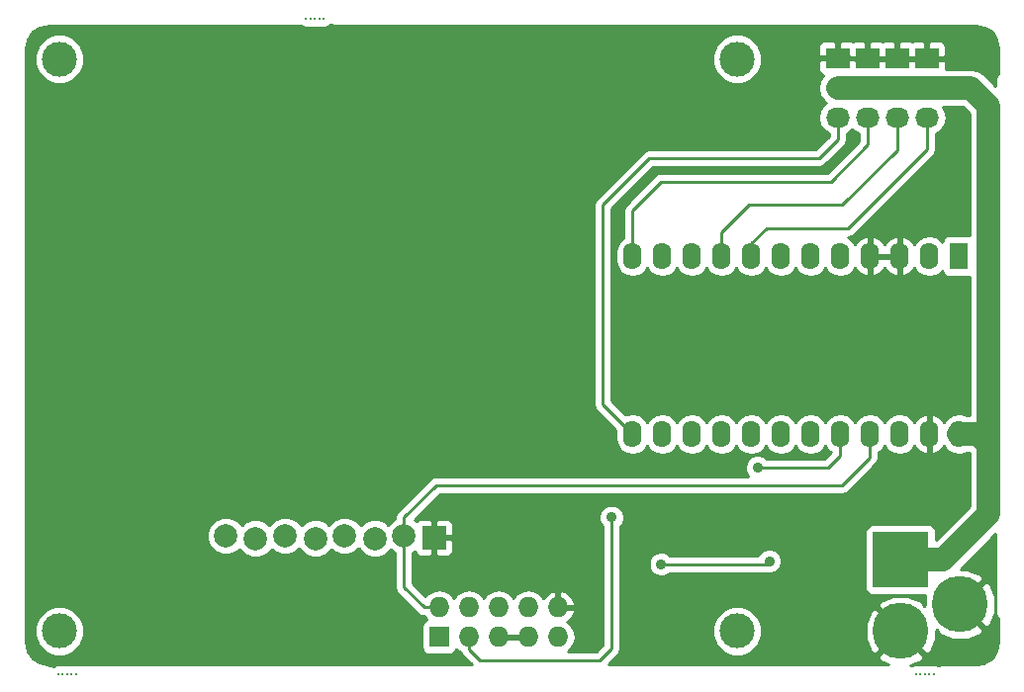
<source format=gbl>
G04 #@! TF.FileFunction,Copper,L4,Bot,Signal*
%FSLAX46Y46*%
G04 Gerber Fmt 4.6, Leading zero omitted, Abs format (unit mm)*
G04 Created by KiCad (PCBNEW (2015-01-16 BZR 5376)-product) date 3/31/2016 11:59:56 AM*
%MOMM*%
G01*
G04 APERTURE LIST*
%ADD10C,0.100000*%
%ADD11C,2.000000*%
%ADD12R,2.000000X2.000000*%
%ADD13R,2.032000X1.727200*%
%ADD14O,2.032000X1.727200*%
%ADD15R,1.574800X2.286000*%
%ADD16O,1.574800X2.286000*%
%ADD17C,0.300000*%
%ADD18R,1.727200X1.727200*%
%ADD19O,1.727200X1.727200*%
%ADD20C,4.800600*%
%ADD21R,4.800600X4.800600*%
%ADD22C,3.000000*%
%ADD23C,0.889000*%
%ADD24C,2.000000*%
%ADD25C,0.254000*%
%ADD26C,0.152400*%
G04 APERTURE END LIST*
D10*
D11*
X111760000Y-116840000D03*
X114300000Y-117050000D03*
X116840000Y-116840000D03*
X119400000Y-117050000D03*
X121920000Y-116840000D03*
X124500000Y-117050000D03*
X127000000Y-116840000D03*
D12*
X129550000Y-117000000D03*
D13*
X171735000Y-75946000D03*
D14*
X171735000Y-78486000D03*
X171735000Y-81026000D03*
D13*
X169195000Y-75946000D03*
D14*
X169195000Y-78486000D03*
X169195000Y-81026000D03*
D13*
X166655000Y-75946000D03*
D14*
X166655000Y-78486000D03*
X166655000Y-81026000D03*
D13*
X164095000Y-75935000D03*
D14*
X164095000Y-78475000D03*
X164095000Y-81015000D03*
D15*
X174470000Y-92880000D03*
D16*
X171930000Y-92880000D03*
X169390000Y-92880000D03*
X166850000Y-92880000D03*
X164310000Y-92880000D03*
X161770000Y-92880000D03*
X159230000Y-92880000D03*
X156690000Y-92880000D03*
X154150000Y-92880000D03*
X151610000Y-92880000D03*
X149070000Y-92880000D03*
X146530000Y-92880000D03*
X146530000Y-108120000D03*
X149070000Y-108120000D03*
X151610000Y-108120000D03*
X154150000Y-108120000D03*
X156690000Y-108120000D03*
X159230000Y-108120000D03*
X161770000Y-108120000D03*
X164310000Y-108120000D03*
X166850000Y-108120000D03*
X169390000Y-108120000D03*
X171930000Y-108120000D03*
X174470000Y-108120000D03*
D17*
X98933000Y-128651000D03*
X98552000Y-128651000D03*
X98171000Y-128651000D03*
X97790000Y-128651000D03*
X97409000Y-128651000D03*
X172339000Y-128651000D03*
X171958000Y-128651000D03*
X171577000Y-128651000D03*
X171196000Y-128651000D03*
X170815000Y-128651000D03*
X118618000Y-72517000D03*
D18*
X130000000Y-125500000D03*
D19*
X130000000Y-122960000D03*
X132540000Y-125500000D03*
X132540000Y-122960000D03*
X135080000Y-125500000D03*
X135080000Y-122960000D03*
X137620000Y-125500000D03*
X137620000Y-122960000D03*
X140160000Y-125500000D03*
X140160000Y-122960000D03*
D20*
X169500000Y-125000000D03*
D21*
X169500000Y-118904000D03*
D20*
X174580000Y-122714000D03*
D22*
X97500000Y-76000000D03*
X155500000Y-76000000D03*
X97500000Y-125000000D03*
X155500000Y-125000000D03*
D17*
X118999000Y-72517000D03*
X119380000Y-72517000D03*
X119761000Y-72517000D03*
X120142000Y-72517000D03*
D23*
X144750000Y-115250000D03*
X149000000Y-119250000D03*
X158250000Y-119000000D03*
X157250000Y-111000000D03*
D24*
X174470000Y-108120000D02*
X177000000Y-108120000D01*
X176500000Y-108500000D02*
X177000000Y-108500000D01*
X176620000Y-108500000D02*
X176500000Y-108500000D01*
X177000000Y-108120000D02*
X176620000Y-108500000D01*
X171735000Y-78486000D02*
X175486000Y-78486000D01*
X173096000Y-118904000D02*
X169500000Y-118904000D01*
X177000000Y-115000000D02*
X173096000Y-118904000D01*
X177000000Y-80000000D02*
X177000000Y-108500000D01*
X177000000Y-108500000D02*
X177000000Y-115000000D01*
X175486000Y-78486000D02*
X177000000Y-80000000D01*
D25*
X171735000Y-78486000D02*
X172466000Y-78486000D01*
X171735000Y-78486000D02*
X171735000Y-78517000D01*
D24*
X169195000Y-78486000D02*
X171735000Y-78486000D01*
X166655000Y-78486000D02*
X169195000Y-78486000D01*
X164095000Y-78475000D02*
X166644000Y-78475000D01*
X166644000Y-78475000D02*
X166655000Y-78486000D01*
D25*
X171735000Y-81026000D02*
X171735000Y-83765000D01*
X158000000Y-90500000D02*
X156690000Y-91810000D01*
X165000000Y-90500000D02*
X158000000Y-90500000D01*
X171735000Y-83765000D02*
X165000000Y-90500000D01*
X156690000Y-91810000D02*
X156690000Y-92880000D01*
D26*
X171735000Y-81026000D02*
X172497000Y-81026000D01*
D25*
X169195000Y-81026000D02*
X169195000Y-83805000D01*
X154150000Y-90850000D02*
X154150000Y-92880000D01*
X156500000Y-88500000D02*
X154150000Y-90850000D01*
X164500000Y-88500000D02*
X156500000Y-88500000D01*
X169195000Y-83805000D02*
X164500000Y-88500000D01*
X169195000Y-80899000D02*
X169195000Y-80899000D01*
X166655000Y-81026000D02*
X166655000Y-83345000D01*
X146530000Y-88970000D02*
X146530000Y-92880000D01*
X149000000Y-86500000D02*
X146530000Y-88970000D01*
X163500000Y-86500000D02*
X149000000Y-86500000D01*
X166655000Y-83345000D02*
X163500000Y-86500000D01*
X166735000Y-80899000D02*
X166655000Y-80899000D01*
X164095000Y-81015000D02*
X164095000Y-82905000D01*
X144000000Y-105590000D02*
X146530000Y-108120000D01*
X144000000Y-88500000D02*
X144000000Y-105590000D01*
X148000000Y-84500000D02*
X144000000Y-88500000D01*
X162500000Y-84500000D02*
X148000000Y-84500000D01*
X164095000Y-82905000D02*
X162500000Y-84500000D01*
X144750000Y-115250000D02*
X144750000Y-126500000D01*
X144750000Y-126500000D02*
X143750000Y-127500000D01*
X143750000Y-127500000D02*
X133500000Y-127500000D01*
X133500000Y-127500000D02*
X132540000Y-126540000D01*
X132540000Y-126540000D02*
X132540000Y-125500000D01*
X158000000Y-119250000D02*
X149000000Y-119250000D01*
X158250000Y-119000000D02*
X158000000Y-119250000D01*
X164310000Y-108120000D02*
X164310000Y-109940000D01*
X163250000Y-111000000D02*
X157250000Y-111000000D01*
X164310000Y-109940000D02*
X163250000Y-111000000D01*
X127000000Y-116840000D02*
X127000000Y-121250000D01*
X128710000Y-122960000D02*
X130000000Y-122960000D01*
X127000000Y-121250000D02*
X128710000Y-122960000D01*
X166850000Y-108120000D02*
X166850000Y-110150000D01*
X127000000Y-115250000D02*
X127000000Y-116840000D01*
X129750000Y-112500000D02*
X127000000Y-115250000D01*
X164500000Y-112500000D02*
X129750000Y-112500000D01*
X166850000Y-110150000D02*
X164500000Y-112500000D01*
G36*
X137767000Y-125627000D02*
X137747000Y-125627000D01*
X137747000Y-125647000D01*
X137493000Y-125647000D01*
X137493000Y-125627000D01*
X136414469Y-125627000D01*
X136285531Y-125627000D01*
X135207000Y-125627000D01*
X135207000Y-125647000D01*
X134953000Y-125647000D01*
X134953000Y-125627000D01*
X134933000Y-125627000D01*
X134933000Y-125373000D01*
X134953000Y-125373000D01*
X134953000Y-125353000D01*
X135207000Y-125353000D01*
X135207000Y-125373000D01*
X136285531Y-125373000D01*
X136414469Y-125373000D01*
X137493000Y-125373000D01*
X137493000Y-125353000D01*
X137747000Y-125353000D01*
X137747000Y-125373000D01*
X137767000Y-125373000D01*
X137767000Y-125627000D01*
X137767000Y-125627000D01*
G37*
X137767000Y-125627000D02*
X137747000Y-125627000D01*
X137747000Y-125647000D01*
X137493000Y-125647000D01*
X137493000Y-125627000D01*
X136414469Y-125627000D01*
X136285531Y-125627000D01*
X135207000Y-125627000D01*
X135207000Y-125647000D01*
X134953000Y-125647000D01*
X134953000Y-125627000D01*
X134933000Y-125627000D01*
X134933000Y-125373000D01*
X134953000Y-125373000D01*
X134953000Y-125353000D01*
X135207000Y-125353000D01*
X135207000Y-125373000D01*
X136285531Y-125373000D01*
X136414469Y-125373000D01*
X137493000Y-125373000D01*
X137493000Y-125353000D01*
X137747000Y-125353000D01*
X137747000Y-125373000D01*
X137767000Y-125373000D01*
X137767000Y-125627000D01*
G36*
X177865000Y-77211990D02*
X177823632Y-77239632D01*
X177675143Y-77461862D01*
X177623000Y-77724000D01*
X177623000Y-78310760D01*
X176642120Y-77329880D01*
X176111688Y-76975457D01*
X175486000Y-76850999D01*
X175485994Y-76851000D01*
X173386000Y-76851000D01*
X173386000Y-76683291D01*
X173386000Y-76231750D01*
X173386000Y-75660250D01*
X173386000Y-75208709D01*
X173386000Y-74956090D01*
X173289327Y-74722701D01*
X173110698Y-74544073D01*
X172877309Y-74447400D01*
X172020750Y-74447400D01*
X171862000Y-74606150D01*
X171862000Y-75819000D01*
X173227250Y-75819000D01*
X173386000Y-75660250D01*
X173386000Y-76231750D01*
X173227250Y-76073000D01*
X171862000Y-76073000D01*
X171862000Y-76093000D01*
X171608000Y-76093000D01*
X171608000Y-76073000D01*
X171608000Y-75819000D01*
X171608000Y-74606150D01*
X171449250Y-74447400D01*
X170592691Y-74447400D01*
X170465000Y-74500291D01*
X170337309Y-74447400D01*
X169480750Y-74447400D01*
X169322000Y-74606150D01*
X169322000Y-75819000D01*
X170242750Y-75819000D01*
X170687250Y-75819000D01*
X171608000Y-75819000D01*
X171608000Y-76073000D01*
X170687250Y-76073000D01*
X170242750Y-76073000D01*
X169322000Y-76073000D01*
X169322000Y-76093000D01*
X169068000Y-76093000D01*
X169068000Y-76073000D01*
X169068000Y-75819000D01*
X169068000Y-74606150D01*
X168909250Y-74447400D01*
X168052691Y-74447400D01*
X167925000Y-74500291D01*
X167797309Y-74447400D01*
X166940750Y-74447400D01*
X166782000Y-74606150D01*
X166782000Y-75819000D01*
X167702750Y-75819000D01*
X168147250Y-75819000D01*
X169068000Y-75819000D01*
X169068000Y-76073000D01*
X168147250Y-76073000D01*
X167702750Y-76073000D01*
X166782000Y-76073000D01*
X166782000Y-76093000D01*
X166528000Y-76093000D01*
X166528000Y-76073000D01*
X166528000Y-75819000D01*
X166528000Y-74606150D01*
X166369250Y-74447400D01*
X165512691Y-74447400D01*
X165388278Y-74498933D01*
X165237309Y-74436400D01*
X164380750Y-74436400D01*
X164222000Y-74595150D01*
X164222000Y-75808000D01*
X165151750Y-75808000D01*
X165162750Y-75819000D01*
X166528000Y-75819000D01*
X166528000Y-76073000D01*
X165598250Y-76073000D01*
X165587250Y-76062000D01*
X164222000Y-76062000D01*
X164222000Y-76082000D01*
X163968000Y-76082000D01*
X163968000Y-76062000D01*
X163968000Y-75808000D01*
X163968000Y-74595150D01*
X163809250Y-74436400D01*
X162952691Y-74436400D01*
X162719302Y-74533073D01*
X162540673Y-74711701D01*
X162444000Y-74945090D01*
X162444000Y-75197709D01*
X162444000Y-75649250D01*
X162602750Y-75808000D01*
X163968000Y-75808000D01*
X163968000Y-76062000D01*
X162602750Y-76062000D01*
X162444000Y-76220750D01*
X162444000Y-76672291D01*
X162444000Y-76924910D01*
X162540673Y-77158299D01*
X162719302Y-77336927D01*
X162872780Y-77400499D01*
X162850585Y-77415330D01*
X162525729Y-77901511D01*
X162411655Y-78475000D01*
X162525729Y-79048489D01*
X162850585Y-79534670D01*
X162893670Y-79563458D01*
X162938880Y-79631120D01*
X163137339Y-79763726D01*
X162850585Y-79955330D01*
X162525729Y-80441511D01*
X162411655Y-81015000D01*
X162525729Y-81588489D01*
X162850585Y-82074670D01*
X163333000Y-82397009D01*
X163333000Y-82589369D01*
X162184369Y-83738000D01*
X157635370Y-83738000D01*
X157635370Y-75577185D01*
X157311020Y-74792200D01*
X156710959Y-74191091D01*
X155926541Y-73865372D01*
X155077185Y-73864630D01*
X154292200Y-74188980D01*
X153691091Y-74789041D01*
X153365372Y-75573459D01*
X153364630Y-76422815D01*
X153688980Y-77207800D01*
X154289041Y-77808909D01*
X155073459Y-78134628D01*
X155922815Y-78135370D01*
X156707800Y-77811020D01*
X157308909Y-77210959D01*
X157634628Y-76426541D01*
X157635370Y-75577185D01*
X157635370Y-83738000D01*
X148000000Y-83738000D01*
X147708395Y-83796004D01*
X147461184Y-83961185D01*
X143461185Y-87961185D01*
X143296004Y-88208395D01*
X143238000Y-88500000D01*
X143238000Y-105590000D01*
X143296004Y-105881605D01*
X143461185Y-106128815D01*
X145107600Y-107775230D01*
X145107600Y-108510433D01*
X145215874Y-109054762D01*
X145524211Y-109516222D01*
X145985671Y-109824559D01*
X146530000Y-109932833D01*
X147074329Y-109824559D01*
X147535789Y-109516222D01*
X147800000Y-109120801D01*
X148064211Y-109516222D01*
X148525671Y-109824559D01*
X149070000Y-109932833D01*
X149614329Y-109824559D01*
X150075789Y-109516222D01*
X150340000Y-109120801D01*
X150604211Y-109516222D01*
X151065671Y-109824559D01*
X151610000Y-109932833D01*
X152154329Y-109824559D01*
X152615789Y-109516222D01*
X152880000Y-109120801D01*
X153144211Y-109516222D01*
X153605671Y-109824559D01*
X154150000Y-109932833D01*
X154694329Y-109824559D01*
X155155789Y-109516222D01*
X155420000Y-109120801D01*
X155684211Y-109516222D01*
X156145671Y-109824559D01*
X156690000Y-109932833D01*
X157234329Y-109824559D01*
X157695789Y-109516222D01*
X157960000Y-109120801D01*
X158224211Y-109516222D01*
X158685671Y-109824559D01*
X159230000Y-109932833D01*
X159774329Y-109824559D01*
X160235789Y-109516222D01*
X160500000Y-109120801D01*
X160764211Y-109516222D01*
X161225671Y-109824559D01*
X161770000Y-109932833D01*
X162314329Y-109824559D01*
X162775789Y-109516222D01*
X163040000Y-109120801D01*
X163304211Y-109516222D01*
X163515181Y-109657187D01*
X162934369Y-110238000D01*
X158014641Y-110238000D01*
X157862286Y-110085378D01*
X157465668Y-109920687D01*
X157036216Y-109920313D01*
X156639311Y-110084311D01*
X156335378Y-110387714D01*
X156170687Y-110784332D01*
X156170313Y-111213784D01*
X156334311Y-111610689D01*
X156461399Y-111738000D01*
X129750000Y-111738000D01*
X129458395Y-111796004D01*
X129211184Y-111961185D01*
X126461185Y-114711185D01*
X126296004Y-114958395D01*
X126238000Y-115250000D01*
X126238000Y-115385779D01*
X126075057Y-115453106D01*
X125644836Y-115882575D01*
X125427363Y-115664722D01*
X124826648Y-115415284D01*
X124176205Y-115414716D01*
X123575057Y-115663106D01*
X123311499Y-115926203D01*
X123306894Y-115915057D01*
X122847363Y-115454722D01*
X122246648Y-115205284D01*
X121596205Y-115204716D01*
X120995057Y-115453106D01*
X120554818Y-115892575D01*
X120327363Y-115664722D01*
X119726648Y-115415284D01*
X119076205Y-115414716D01*
X118475057Y-115663106D01*
X118224783Y-115912942D01*
X117767363Y-115454722D01*
X117166648Y-115205284D01*
X116516205Y-115204716D01*
X115915057Y-115453106D01*
X115464801Y-115902575D01*
X115227363Y-115664722D01*
X114626648Y-115415284D01*
X113976205Y-115414716D01*
X113375057Y-115663106D01*
X113134800Y-115902942D01*
X112687363Y-115454722D01*
X112086648Y-115205284D01*
X111436205Y-115204716D01*
X110835057Y-115453106D01*
X110374722Y-115912637D01*
X110125284Y-116513352D01*
X110124716Y-117163795D01*
X110373106Y-117764943D01*
X110832637Y-118225278D01*
X111433352Y-118474716D01*
X112083795Y-118475284D01*
X112684943Y-118226894D01*
X112925199Y-117987057D01*
X113372637Y-118435278D01*
X113973352Y-118684716D01*
X114623795Y-118685284D01*
X115224943Y-118436894D01*
X115675198Y-117987424D01*
X115912637Y-118225278D01*
X116513352Y-118474716D01*
X117163795Y-118475284D01*
X117764943Y-118226894D01*
X118015216Y-117977057D01*
X118472637Y-118435278D01*
X119073352Y-118684716D01*
X119723795Y-118685284D01*
X120324943Y-118436894D01*
X120765181Y-117997424D01*
X120992637Y-118225278D01*
X121593352Y-118474716D01*
X122243795Y-118475284D01*
X122844943Y-118226894D01*
X123108500Y-117963796D01*
X123113106Y-117974943D01*
X123572637Y-118435278D01*
X124173352Y-118684716D01*
X124823795Y-118685284D01*
X125424943Y-118436894D01*
X125855163Y-118007424D01*
X126072637Y-118225278D01*
X126238000Y-118293942D01*
X126238000Y-121250000D01*
X126296004Y-121541605D01*
X126461185Y-121788815D01*
X128171184Y-123498815D01*
X128171185Y-123498815D01*
X128418395Y-123663996D01*
X128710000Y-123722000D01*
X128721816Y-123722000D01*
X128927300Y-124029529D01*
X128894277Y-124035937D01*
X128681473Y-124175727D01*
X128539023Y-124386760D01*
X128488960Y-124636400D01*
X128488960Y-126363600D01*
X128535937Y-126605723D01*
X128675727Y-126818527D01*
X128886760Y-126960977D01*
X129136400Y-127011040D01*
X130863600Y-127011040D01*
X131105723Y-126964063D01*
X131318527Y-126824273D01*
X131460977Y-126613240D01*
X131469179Y-126572340D01*
X131480330Y-126589029D01*
X131834874Y-126825928D01*
X131836004Y-126831605D01*
X132001185Y-127078815D01*
X132787370Y-127865000D01*
X99635370Y-127865000D01*
X99635370Y-124577185D01*
X99635370Y-75577185D01*
X99311020Y-74792200D01*
X98710959Y-74191091D01*
X97926541Y-73865372D01*
X97077185Y-73864630D01*
X96292200Y-74188980D01*
X95691091Y-74789041D01*
X95365372Y-75573459D01*
X95364630Y-76422815D01*
X95688980Y-77207800D01*
X96289041Y-77808909D01*
X97073459Y-78134628D01*
X97922815Y-78135370D01*
X98707800Y-77811020D01*
X99308909Y-77210959D01*
X99634628Y-76426541D01*
X99635370Y-75577185D01*
X99635370Y-124577185D01*
X99311020Y-123792200D01*
X98710959Y-123191091D01*
X97926541Y-122865372D01*
X97077185Y-122864630D01*
X96292200Y-123188980D01*
X95691091Y-123789041D01*
X95365372Y-124573459D01*
X95364630Y-125422815D01*
X95688980Y-126207800D01*
X96289041Y-126808909D01*
X97073459Y-127134628D01*
X97922815Y-127135370D01*
X98707800Y-126811020D01*
X99308909Y-126210959D01*
X99634628Y-125426541D01*
X99635370Y-124577185D01*
X99635370Y-127865000D01*
X99000000Y-127865000D01*
X98994702Y-127866053D01*
X98777539Y-127865864D01*
X98742770Y-127880229D01*
X98708831Y-127866137D01*
X98396539Y-127865864D01*
X98361770Y-127880229D01*
X98327831Y-127866137D01*
X98015539Y-127865864D01*
X97980770Y-127880229D01*
X97946831Y-127866137D01*
X97634539Y-127865864D01*
X97599770Y-127880229D01*
X97565831Y-127866137D01*
X97253539Y-127865864D01*
X96964914Y-127985121D01*
X96963113Y-127986918D01*
X96721428Y-127886809D01*
X95794805Y-127702492D01*
X95196968Y-127303029D01*
X94797506Y-126705193D01*
X94635000Y-125888214D01*
X94635000Y-75111785D01*
X94797506Y-74294806D01*
X95196968Y-73696970D01*
X95794805Y-73297507D01*
X96611786Y-73135000D01*
X118000000Y-73135000D01*
X118104902Y-73114133D01*
X118172753Y-73182103D01*
X118461169Y-73301863D01*
X118773461Y-73302136D01*
X118808229Y-73287770D01*
X118842169Y-73301863D01*
X119154461Y-73302136D01*
X119189229Y-73287770D01*
X119223169Y-73301863D01*
X119535461Y-73302136D01*
X119570229Y-73287770D01*
X119604169Y-73301863D01*
X119916461Y-73302136D01*
X119951229Y-73287770D01*
X119985169Y-73301863D01*
X120297461Y-73302136D01*
X120586086Y-73182879D01*
X120694852Y-73074302D01*
X121000000Y-73135000D01*
X175888214Y-73135000D01*
X176705193Y-73297506D01*
X177303029Y-73696968D01*
X177702492Y-74294805D01*
X177865000Y-75111786D01*
X177865000Y-77211990D01*
X177865000Y-77211990D01*
G37*
X177865000Y-77211990D02*
X177823632Y-77239632D01*
X177675143Y-77461862D01*
X177623000Y-77724000D01*
X177623000Y-78310760D01*
X176642120Y-77329880D01*
X176111688Y-76975457D01*
X175486000Y-76850999D01*
X175485994Y-76851000D01*
X173386000Y-76851000D01*
X173386000Y-76683291D01*
X173386000Y-76231750D01*
X173386000Y-75660250D01*
X173386000Y-75208709D01*
X173386000Y-74956090D01*
X173289327Y-74722701D01*
X173110698Y-74544073D01*
X172877309Y-74447400D01*
X172020750Y-74447400D01*
X171862000Y-74606150D01*
X171862000Y-75819000D01*
X173227250Y-75819000D01*
X173386000Y-75660250D01*
X173386000Y-76231750D01*
X173227250Y-76073000D01*
X171862000Y-76073000D01*
X171862000Y-76093000D01*
X171608000Y-76093000D01*
X171608000Y-76073000D01*
X171608000Y-75819000D01*
X171608000Y-74606150D01*
X171449250Y-74447400D01*
X170592691Y-74447400D01*
X170465000Y-74500291D01*
X170337309Y-74447400D01*
X169480750Y-74447400D01*
X169322000Y-74606150D01*
X169322000Y-75819000D01*
X170242750Y-75819000D01*
X170687250Y-75819000D01*
X171608000Y-75819000D01*
X171608000Y-76073000D01*
X170687250Y-76073000D01*
X170242750Y-76073000D01*
X169322000Y-76073000D01*
X169322000Y-76093000D01*
X169068000Y-76093000D01*
X169068000Y-76073000D01*
X169068000Y-75819000D01*
X169068000Y-74606150D01*
X168909250Y-74447400D01*
X168052691Y-74447400D01*
X167925000Y-74500291D01*
X167797309Y-74447400D01*
X166940750Y-74447400D01*
X166782000Y-74606150D01*
X166782000Y-75819000D01*
X167702750Y-75819000D01*
X168147250Y-75819000D01*
X169068000Y-75819000D01*
X169068000Y-76073000D01*
X168147250Y-76073000D01*
X167702750Y-76073000D01*
X166782000Y-76073000D01*
X166782000Y-76093000D01*
X166528000Y-76093000D01*
X166528000Y-76073000D01*
X166528000Y-75819000D01*
X166528000Y-74606150D01*
X166369250Y-74447400D01*
X165512691Y-74447400D01*
X165388278Y-74498933D01*
X165237309Y-74436400D01*
X164380750Y-74436400D01*
X164222000Y-74595150D01*
X164222000Y-75808000D01*
X165151750Y-75808000D01*
X165162750Y-75819000D01*
X166528000Y-75819000D01*
X166528000Y-76073000D01*
X165598250Y-76073000D01*
X165587250Y-76062000D01*
X164222000Y-76062000D01*
X164222000Y-76082000D01*
X163968000Y-76082000D01*
X163968000Y-76062000D01*
X163968000Y-75808000D01*
X163968000Y-74595150D01*
X163809250Y-74436400D01*
X162952691Y-74436400D01*
X162719302Y-74533073D01*
X162540673Y-74711701D01*
X162444000Y-74945090D01*
X162444000Y-75197709D01*
X162444000Y-75649250D01*
X162602750Y-75808000D01*
X163968000Y-75808000D01*
X163968000Y-76062000D01*
X162602750Y-76062000D01*
X162444000Y-76220750D01*
X162444000Y-76672291D01*
X162444000Y-76924910D01*
X162540673Y-77158299D01*
X162719302Y-77336927D01*
X162872780Y-77400499D01*
X162850585Y-77415330D01*
X162525729Y-77901511D01*
X162411655Y-78475000D01*
X162525729Y-79048489D01*
X162850585Y-79534670D01*
X162893670Y-79563458D01*
X162938880Y-79631120D01*
X163137339Y-79763726D01*
X162850585Y-79955330D01*
X162525729Y-80441511D01*
X162411655Y-81015000D01*
X162525729Y-81588489D01*
X162850585Y-82074670D01*
X163333000Y-82397009D01*
X163333000Y-82589369D01*
X162184369Y-83738000D01*
X157635370Y-83738000D01*
X157635370Y-75577185D01*
X157311020Y-74792200D01*
X156710959Y-74191091D01*
X155926541Y-73865372D01*
X155077185Y-73864630D01*
X154292200Y-74188980D01*
X153691091Y-74789041D01*
X153365372Y-75573459D01*
X153364630Y-76422815D01*
X153688980Y-77207800D01*
X154289041Y-77808909D01*
X155073459Y-78134628D01*
X155922815Y-78135370D01*
X156707800Y-77811020D01*
X157308909Y-77210959D01*
X157634628Y-76426541D01*
X157635370Y-75577185D01*
X157635370Y-83738000D01*
X148000000Y-83738000D01*
X147708395Y-83796004D01*
X147461184Y-83961185D01*
X143461185Y-87961185D01*
X143296004Y-88208395D01*
X143238000Y-88500000D01*
X143238000Y-105590000D01*
X143296004Y-105881605D01*
X143461185Y-106128815D01*
X145107600Y-107775230D01*
X145107600Y-108510433D01*
X145215874Y-109054762D01*
X145524211Y-109516222D01*
X145985671Y-109824559D01*
X146530000Y-109932833D01*
X147074329Y-109824559D01*
X147535789Y-109516222D01*
X147800000Y-109120801D01*
X148064211Y-109516222D01*
X148525671Y-109824559D01*
X149070000Y-109932833D01*
X149614329Y-109824559D01*
X150075789Y-109516222D01*
X150340000Y-109120801D01*
X150604211Y-109516222D01*
X151065671Y-109824559D01*
X151610000Y-109932833D01*
X152154329Y-109824559D01*
X152615789Y-109516222D01*
X152880000Y-109120801D01*
X153144211Y-109516222D01*
X153605671Y-109824559D01*
X154150000Y-109932833D01*
X154694329Y-109824559D01*
X155155789Y-109516222D01*
X155420000Y-109120801D01*
X155684211Y-109516222D01*
X156145671Y-109824559D01*
X156690000Y-109932833D01*
X157234329Y-109824559D01*
X157695789Y-109516222D01*
X157960000Y-109120801D01*
X158224211Y-109516222D01*
X158685671Y-109824559D01*
X159230000Y-109932833D01*
X159774329Y-109824559D01*
X160235789Y-109516222D01*
X160500000Y-109120801D01*
X160764211Y-109516222D01*
X161225671Y-109824559D01*
X161770000Y-109932833D01*
X162314329Y-109824559D01*
X162775789Y-109516222D01*
X163040000Y-109120801D01*
X163304211Y-109516222D01*
X163515181Y-109657187D01*
X162934369Y-110238000D01*
X158014641Y-110238000D01*
X157862286Y-110085378D01*
X157465668Y-109920687D01*
X157036216Y-109920313D01*
X156639311Y-110084311D01*
X156335378Y-110387714D01*
X156170687Y-110784332D01*
X156170313Y-111213784D01*
X156334311Y-111610689D01*
X156461399Y-111738000D01*
X129750000Y-111738000D01*
X129458395Y-111796004D01*
X129211184Y-111961185D01*
X126461185Y-114711185D01*
X126296004Y-114958395D01*
X126238000Y-115250000D01*
X126238000Y-115385779D01*
X126075057Y-115453106D01*
X125644836Y-115882575D01*
X125427363Y-115664722D01*
X124826648Y-115415284D01*
X124176205Y-115414716D01*
X123575057Y-115663106D01*
X123311499Y-115926203D01*
X123306894Y-115915057D01*
X122847363Y-115454722D01*
X122246648Y-115205284D01*
X121596205Y-115204716D01*
X120995057Y-115453106D01*
X120554818Y-115892575D01*
X120327363Y-115664722D01*
X119726648Y-115415284D01*
X119076205Y-115414716D01*
X118475057Y-115663106D01*
X118224783Y-115912942D01*
X117767363Y-115454722D01*
X117166648Y-115205284D01*
X116516205Y-115204716D01*
X115915057Y-115453106D01*
X115464801Y-115902575D01*
X115227363Y-115664722D01*
X114626648Y-115415284D01*
X113976205Y-115414716D01*
X113375057Y-115663106D01*
X113134800Y-115902942D01*
X112687363Y-115454722D01*
X112086648Y-115205284D01*
X111436205Y-115204716D01*
X110835057Y-115453106D01*
X110374722Y-115912637D01*
X110125284Y-116513352D01*
X110124716Y-117163795D01*
X110373106Y-117764943D01*
X110832637Y-118225278D01*
X111433352Y-118474716D01*
X112083795Y-118475284D01*
X112684943Y-118226894D01*
X112925199Y-117987057D01*
X113372637Y-118435278D01*
X113973352Y-118684716D01*
X114623795Y-118685284D01*
X115224943Y-118436894D01*
X115675198Y-117987424D01*
X115912637Y-118225278D01*
X116513352Y-118474716D01*
X117163795Y-118475284D01*
X117764943Y-118226894D01*
X118015216Y-117977057D01*
X118472637Y-118435278D01*
X119073352Y-118684716D01*
X119723795Y-118685284D01*
X120324943Y-118436894D01*
X120765181Y-117997424D01*
X120992637Y-118225278D01*
X121593352Y-118474716D01*
X122243795Y-118475284D01*
X122844943Y-118226894D01*
X123108500Y-117963796D01*
X123113106Y-117974943D01*
X123572637Y-118435278D01*
X124173352Y-118684716D01*
X124823795Y-118685284D01*
X125424943Y-118436894D01*
X125855163Y-118007424D01*
X126072637Y-118225278D01*
X126238000Y-118293942D01*
X126238000Y-121250000D01*
X126296004Y-121541605D01*
X126461185Y-121788815D01*
X128171184Y-123498815D01*
X128171185Y-123498815D01*
X128418395Y-123663996D01*
X128710000Y-123722000D01*
X128721816Y-123722000D01*
X128927300Y-124029529D01*
X128894277Y-124035937D01*
X128681473Y-124175727D01*
X128539023Y-124386760D01*
X128488960Y-124636400D01*
X128488960Y-126363600D01*
X128535937Y-126605723D01*
X128675727Y-126818527D01*
X128886760Y-126960977D01*
X129136400Y-127011040D01*
X130863600Y-127011040D01*
X131105723Y-126964063D01*
X131318527Y-126824273D01*
X131460977Y-126613240D01*
X131469179Y-126572340D01*
X131480330Y-126589029D01*
X131834874Y-126825928D01*
X131836004Y-126831605D01*
X132001185Y-127078815D01*
X132787370Y-127865000D01*
X99635370Y-127865000D01*
X99635370Y-124577185D01*
X99635370Y-75577185D01*
X99311020Y-74792200D01*
X98710959Y-74191091D01*
X97926541Y-73865372D01*
X97077185Y-73864630D01*
X96292200Y-74188980D01*
X95691091Y-74789041D01*
X95365372Y-75573459D01*
X95364630Y-76422815D01*
X95688980Y-77207800D01*
X96289041Y-77808909D01*
X97073459Y-78134628D01*
X97922815Y-78135370D01*
X98707800Y-77811020D01*
X99308909Y-77210959D01*
X99634628Y-76426541D01*
X99635370Y-75577185D01*
X99635370Y-124577185D01*
X99311020Y-123792200D01*
X98710959Y-123191091D01*
X97926541Y-122865372D01*
X97077185Y-122864630D01*
X96292200Y-123188980D01*
X95691091Y-123789041D01*
X95365372Y-124573459D01*
X95364630Y-125422815D01*
X95688980Y-126207800D01*
X96289041Y-126808909D01*
X97073459Y-127134628D01*
X97922815Y-127135370D01*
X98707800Y-126811020D01*
X99308909Y-126210959D01*
X99634628Y-125426541D01*
X99635370Y-124577185D01*
X99635370Y-127865000D01*
X99000000Y-127865000D01*
X98994702Y-127866053D01*
X98777539Y-127865864D01*
X98742770Y-127880229D01*
X98708831Y-127866137D01*
X98396539Y-127865864D01*
X98361770Y-127880229D01*
X98327831Y-127866137D01*
X98015539Y-127865864D01*
X97980770Y-127880229D01*
X97946831Y-127866137D01*
X97634539Y-127865864D01*
X97599770Y-127880229D01*
X97565831Y-127866137D01*
X97253539Y-127865864D01*
X96964914Y-127985121D01*
X96963113Y-127986918D01*
X96721428Y-127886809D01*
X95794805Y-127702492D01*
X95196968Y-127303029D01*
X94797506Y-126705193D01*
X94635000Y-125888214D01*
X94635000Y-75111785D01*
X94797506Y-74294806D01*
X95196968Y-73696970D01*
X95794805Y-73297507D01*
X96611786Y-73135000D01*
X118000000Y-73135000D01*
X118104902Y-73114133D01*
X118172753Y-73182103D01*
X118461169Y-73301863D01*
X118773461Y-73302136D01*
X118808229Y-73287770D01*
X118842169Y-73301863D01*
X119154461Y-73302136D01*
X119189229Y-73287770D01*
X119223169Y-73301863D01*
X119535461Y-73302136D01*
X119570229Y-73287770D01*
X119604169Y-73301863D01*
X119916461Y-73302136D01*
X119951229Y-73287770D01*
X119985169Y-73301863D01*
X120297461Y-73302136D01*
X120586086Y-73182879D01*
X120694852Y-73074302D01*
X121000000Y-73135000D01*
X175888214Y-73135000D01*
X176705193Y-73297506D01*
X177303029Y-73696968D01*
X177702492Y-74294805D01*
X177865000Y-75111786D01*
X177865000Y-77211990D01*
G36*
X177865000Y-125888213D02*
X177702492Y-126705194D01*
X177616369Y-126834085D01*
X177616369Y-123312358D01*
X177614221Y-122104843D01*
X177156257Y-120999221D01*
X176743936Y-120729670D01*
X174759605Y-122714000D01*
X176743936Y-124698330D01*
X177156257Y-124428779D01*
X177616369Y-123312358D01*
X177616369Y-126834085D01*
X177303029Y-127303031D01*
X176705193Y-127702493D01*
X176564330Y-127730512D01*
X175888214Y-127865000D01*
X173000000Y-127865000D01*
X172657272Y-127933172D01*
X172495831Y-127866137D01*
X172183539Y-127865864D01*
X172148770Y-127880229D01*
X172114831Y-127866137D01*
X171802539Y-127865864D01*
X171767770Y-127880229D01*
X171733831Y-127866137D01*
X171421539Y-127865864D01*
X171386770Y-127880229D01*
X171352831Y-127866137D01*
X171040539Y-127865864D01*
X171005770Y-127880229D01*
X170971831Y-127866137D01*
X170659539Y-127865864D01*
X170441295Y-127956040D01*
X170434346Y-127951397D01*
X170349740Y-127934567D01*
X171214779Y-127576257D01*
X171484330Y-127163936D01*
X169500000Y-125179605D01*
X169320395Y-125359210D01*
X169320395Y-125000000D01*
X167336064Y-123015670D01*
X166923743Y-123285221D01*
X166463631Y-124401642D01*
X166465779Y-125609157D01*
X166923743Y-126714779D01*
X167336064Y-126984330D01*
X169320395Y-125000000D01*
X169320395Y-125359210D01*
X167515670Y-127163936D01*
X167785221Y-127576257D01*
X168485830Y-127865000D01*
X159329687Y-127865000D01*
X159329687Y-118786216D01*
X159165689Y-118389311D01*
X158862286Y-118085378D01*
X158465668Y-117920687D01*
X158036216Y-117920313D01*
X157639311Y-118084311D01*
X157335378Y-118387714D01*
X157293735Y-118488000D01*
X149764641Y-118488000D01*
X149612286Y-118335378D01*
X149215668Y-118170687D01*
X148786216Y-118170313D01*
X148389311Y-118334311D01*
X148085378Y-118637714D01*
X147920687Y-119034332D01*
X147920313Y-119463784D01*
X148084311Y-119860689D01*
X148387714Y-120164622D01*
X148784332Y-120329313D01*
X149213784Y-120329687D01*
X149610689Y-120165689D01*
X149764646Y-120012000D01*
X157872225Y-120012000D01*
X158034332Y-120079313D01*
X158463784Y-120079687D01*
X158860689Y-119915689D01*
X159164622Y-119612286D01*
X159329313Y-119215668D01*
X159329687Y-118786216D01*
X159329687Y-127865000D01*
X157635370Y-127865000D01*
X157635370Y-124577185D01*
X157311020Y-123792200D01*
X156710959Y-123191091D01*
X155926541Y-122865372D01*
X155077185Y-122864630D01*
X154292200Y-123188980D01*
X153691091Y-123789041D01*
X153365372Y-124573459D01*
X153364630Y-125422815D01*
X153688980Y-126207800D01*
X154289041Y-126808909D01*
X155073459Y-127134628D01*
X155922815Y-127135370D01*
X156707800Y-126811020D01*
X157308909Y-126210959D01*
X157634628Y-125426541D01*
X157635370Y-124577185D01*
X157635370Y-127865000D01*
X144462630Y-127865000D01*
X145288815Y-127038815D01*
X145288816Y-127038815D01*
X145453996Y-126791605D01*
X145453997Y-126791604D01*
X145512000Y-126500000D01*
X145512000Y-116014641D01*
X145664622Y-115862286D01*
X145829313Y-115465668D01*
X145829687Y-115036216D01*
X145665689Y-114639311D01*
X145362286Y-114335378D01*
X144965668Y-114170687D01*
X144536216Y-114170313D01*
X144139311Y-114334311D01*
X143835378Y-114637714D01*
X143670687Y-115034332D01*
X143670313Y-115463784D01*
X143834311Y-115860689D01*
X143988000Y-116014646D01*
X143988000Y-126184369D01*
X143434369Y-126738000D01*
X140996719Y-126738000D01*
X141219670Y-126589029D01*
X141544526Y-126102848D01*
X141658600Y-125529359D01*
X141658600Y-125470641D01*
X141544526Y-124897152D01*
X141219670Y-124410971D01*
X140948839Y-124230007D01*
X141366821Y-123848490D01*
X141614968Y-123319027D01*
X141614968Y-122600973D01*
X141366821Y-122071510D01*
X140934947Y-121677312D01*
X140519026Y-121505042D01*
X140287000Y-121626183D01*
X140287000Y-122833000D01*
X141494469Y-122833000D01*
X141614968Y-122600973D01*
X141614968Y-123319027D01*
X141494469Y-123087000D01*
X140287000Y-123087000D01*
X140287000Y-123107000D01*
X140033000Y-123107000D01*
X140033000Y-123087000D01*
X140013000Y-123087000D01*
X140013000Y-122833000D01*
X140033000Y-122833000D01*
X140033000Y-121626183D01*
X139800974Y-121505042D01*
X139385053Y-121677312D01*
X138953179Y-122071510D01*
X138895663Y-122194228D01*
X138679670Y-121870971D01*
X138193489Y-121546115D01*
X137620000Y-121432041D01*
X137046511Y-121546115D01*
X136560330Y-121870971D01*
X136350000Y-122185751D01*
X136139670Y-121870971D01*
X135653489Y-121546115D01*
X135080000Y-121432041D01*
X134506511Y-121546115D01*
X134020330Y-121870971D01*
X133810000Y-122185751D01*
X133599670Y-121870971D01*
X133113489Y-121546115D01*
X132540000Y-121432041D01*
X131966511Y-121546115D01*
X131480330Y-121870971D01*
X131270000Y-122185751D01*
X131185000Y-122058539D01*
X131185000Y-118126310D01*
X131185000Y-117873691D01*
X131185000Y-117285750D01*
X131185000Y-116714250D01*
X131185000Y-116126309D01*
X131185000Y-115873690D01*
X131088327Y-115640301D01*
X130909698Y-115461673D01*
X130676309Y-115365000D01*
X129835750Y-115365000D01*
X129677000Y-115523750D01*
X129677000Y-116873000D01*
X131026250Y-116873000D01*
X131185000Y-116714250D01*
X131185000Y-117285750D01*
X131026250Y-117127000D01*
X129677000Y-117127000D01*
X129677000Y-118476250D01*
X129835750Y-118635000D01*
X130676309Y-118635000D01*
X130909698Y-118538327D01*
X131088327Y-118359699D01*
X131185000Y-118126310D01*
X131185000Y-122058539D01*
X131059670Y-121870971D01*
X130573489Y-121546115D01*
X130000000Y-121432041D01*
X129426511Y-121546115D01*
X128940330Y-121870971D01*
X128843507Y-122015876D01*
X127762000Y-120934369D01*
X127762000Y-118294220D01*
X127924943Y-118226894D01*
X127947384Y-118204492D01*
X128011673Y-118359699D01*
X128190302Y-118538327D01*
X128423691Y-118635000D01*
X129264250Y-118635000D01*
X129423000Y-118476250D01*
X129423000Y-117127000D01*
X129403000Y-117127000D01*
X129403000Y-116873000D01*
X129423000Y-116873000D01*
X129423000Y-115523750D01*
X129264250Y-115365000D01*
X128423691Y-115365000D01*
X128190302Y-115461673D01*
X128062189Y-115589784D01*
X127927363Y-115454722D01*
X127888885Y-115438744D01*
X130065630Y-113262000D01*
X164500000Y-113262000D01*
X164500000Y-113261999D01*
X164791604Y-113203996D01*
X164791605Y-113203996D01*
X165038815Y-113038815D01*
X167388815Y-110688815D01*
X167553996Y-110441605D01*
X167553996Y-110441604D01*
X167612000Y-110150000D01*
X167612000Y-109679116D01*
X167855789Y-109516222D01*
X168120000Y-109120801D01*
X168384211Y-109516222D01*
X168845671Y-109824559D01*
X169390000Y-109932833D01*
X169934329Y-109824559D01*
X170395789Y-109516222D01*
X170659753Y-109121170D01*
X170664475Y-109137262D01*
X171014014Y-109571191D01*
X171503004Y-109838327D01*
X171582940Y-109855010D01*
X171803000Y-109732852D01*
X171803000Y-108247000D01*
X171783000Y-108247000D01*
X171783000Y-107993000D01*
X171803000Y-107993000D01*
X171803000Y-106507148D01*
X171582940Y-106384990D01*
X171503004Y-106401673D01*
X171014014Y-106668809D01*
X170664475Y-107102738D01*
X170659753Y-107118829D01*
X170395789Y-106723778D01*
X169934329Y-106415441D01*
X169390000Y-106307167D01*
X169263000Y-106332428D01*
X169263000Y-94492852D01*
X169263000Y-93007000D01*
X169263000Y-92753000D01*
X169263000Y-91267148D01*
X169042940Y-91144990D01*
X168963004Y-91161673D01*
X168474014Y-91428809D01*
X168124475Y-91862738D01*
X168120000Y-91877989D01*
X168115525Y-91862738D01*
X167765986Y-91428809D01*
X167276996Y-91161673D01*
X167197060Y-91144990D01*
X166977000Y-91267148D01*
X166977000Y-92753000D01*
X167967600Y-92753000D01*
X168272400Y-92753000D01*
X169263000Y-92753000D01*
X169263000Y-93007000D01*
X168272400Y-93007000D01*
X167967600Y-93007000D01*
X166977000Y-93007000D01*
X166977000Y-94492852D01*
X167197060Y-94615010D01*
X167276996Y-94598327D01*
X167765986Y-94331191D01*
X168115525Y-93897262D01*
X168120000Y-93882010D01*
X168124475Y-93897262D01*
X168474014Y-94331191D01*
X168963004Y-94598327D01*
X169042940Y-94615010D01*
X169263000Y-94492852D01*
X169263000Y-106332428D01*
X168845671Y-106415441D01*
X168384211Y-106723778D01*
X168120000Y-107119198D01*
X167855789Y-106723778D01*
X167394329Y-106415441D01*
X166850000Y-106307167D01*
X166305671Y-106415441D01*
X165844211Y-106723778D01*
X165580000Y-107119198D01*
X165315789Y-106723778D01*
X164854329Y-106415441D01*
X164310000Y-106307167D01*
X163765671Y-106415441D01*
X163304211Y-106723778D01*
X163040000Y-107119198D01*
X162775789Y-106723778D01*
X162314329Y-106415441D01*
X161770000Y-106307167D01*
X161225671Y-106415441D01*
X160764211Y-106723778D01*
X160500000Y-107119198D01*
X160235789Y-106723778D01*
X159774329Y-106415441D01*
X159230000Y-106307167D01*
X158685671Y-106415441D01*
X158224211Y-106723778D01*
X157960000Y-107119198D01*
X157695789Y-106723778D01*
X157234329Y-106415441D01*
X156690000Y-106307167D01*
X156145671Y-106415441D01*
X155684211Y-106723778D01*
X155420000Y-107119198D01*
X155155789Y-106723778D01*
X154694329Y-106415441D01*
X154150000Y-106307167D01*
X153605671Y-106415441D01*
X153144211Y-106723778D01*
X152880000Y-107119198D01*
X152615789Y-106723778D01*
X152154329Y-106415441D01*
X151610000Y-106307167D01*
X151065671Y-106415441D01*
X150604211Y-106723778D01*
X150340000Y-107119198D01*
X150075789Y-106723778D01*
X149614329Y-106415441D01*
X149070000Y-106307167D01*
X148525671Y-106415441D01*
X148064211Y-106723778D01*
X147800000Y-107119198D01*
X147535789Y-106723778D01*
X147074329Y-106415441D01*
X146530000Y-106307167D01*
X145985671Y-106415441D01*
X145936156Y-106448525D01*
X144762000Y-105274369D01*
X144762000Y-88815630D01*
X148315630Y-85262000D01*
X162500000Y-85262000D01*
X162500000Y-85261999D01*
X162791604Y-85203996D01*
X162791605Y-85203996D01*
X163038815Y-85038815D01*
X164633815Y-83443815D01*
X164633816Y-83443815D01*
X164732834Y-83295623D01*
X164798996Y-83196605D01*
X164798996Y-83196604D01*
X164857000Y-82905000D01*
X164857000Y-82397009D01*
X165339415Y-82074670D01*
X165371325Y-82026913D01*
X165410585Y-82085670D01*
X165893000Y-82408009D01*
X165893000Y-83029369D01*
X163184369Y-85738000D01*
X149000000Y-85738000D01*
X148708395Y-85796004D01*
X148461184Y-85961185D01*
X145991185Y-88431185D01*
X145826004Y-88678395D01*
X145768000Y-88970000D01*
X145768000Y-91320883D01*
X145524211Y-91483778D01*
X145215874Y-91945238D01*
X145107600Y-92489567D01*
X145107600Y-93270433D01*
X145215874Y-93814762D01*
X145524211Y-94276222D01*
X145985671Y-94584559D01*
X146530000Y-94692833D01*
X147074329Y-94584559D01*
X147535789Y-94276222D01*
X147800000Y-93880801D01*
X148064211Y-94276222D01*
X148525671Y-94584559D01*
X149070000Y-94692833D01*
X149614329Y-94584559D01*
X150075789Y-94276222D01*
X150340000Y-93880801D01*
X150604211Y-94276222D01*
X151065671Y-94584559D01*
X151610000Y-94692833D01*
X152154329Y-94584559D01*
X152615789Y-94276222D01*
X152880000Y-93880801D01*
X153144211Y-94276222D01*
X153605671Y-94584559D01*
X154150000Y-94692833D01*
X154694329Y-94584559D01*
X155155789Y-94276222D01*
X155420000Y-93880801D01*
X155684211Y-94276222D01*
X156145671Y-94584559D01*
X156690000Y-94692833D01*
X157234329Y-94584559D01*
X157695789Y-94276222D01*
X157960000Y-93880801D01*
X158224211Y-94276222D01*
X158685671Y-94584559D01*
X159230000Y-94692833D01*
X159774329Y-94584559D01*
X160235789Y-94276222D01*
X160500000Y-93880801D01*
X160764211Y-94276222D01*
X161225671Y-94584559D01*
X161770000Y-94692833D01*
X162314329Y-94584559D01*
X162775789Y-94276222D01*
X163040000Y-93880801D01*
X163304211Y-94276222D01*
X163765671Y-94584559D01*
X164310000Y-94692833D01*
X164854329Y-94584559D01*
X165315789Y-94276222D01*
X165579753Y-93881170D01*
X165584475Y-93897262D01*
X165934014Y-94331191D01*
X166423004Y-94598327D01*
X166502940Y-94615010D01*
X166723000Y-94492852D01*
X166723000Y-93007000D01*
X166703000Y-93007000D01*
X166703000Y-92753000D01*
X166723000Y-92753000D01*
X166723000Y-91267148D01*
X166502940Y-91144990D01*
X166423004Y-91161673D01*
X165934014Y-91428809D01*
X165584475Y-91862738D01*
X165579753Y-91878829D01*
X165315789Y-91483778D01*
X164983873Y-91262000D01*
X165000000Y-91262000D01*
X165000000Y-91261999D01*
X165291604Y-91203996D01*
X165291605Y-91203996D01*
X165538815Y-91038815D01*
X172273815Y-84303816D01*
X172273815Y-84303815D01*
X172438996Y-84056605D01*
X172496999Y-83765000D01*
X172497000Y-83765000D01*
X172497000Y-82408009D01*
X172979415Y-82085670D01*
X173304271Y-81599489D01*
X173418345Y-81026000D01*
X173304271Y-80452511D01*
X173082762Y-80121000D01*
X174808760Y-80121000D01*
X175365000Y-80677239D01*
X175365000Y-91111138D01*
X175257400Y-91089560D01*
X173682600Y-91089560D01*
X173440477Y-91136537D01*
X173227673Y-91276327D01*
X173085223Y-91487360D01*
X173051279Y-91656621D01*
X172935789Y-91483778D01*
X172474329Y-91175441D01*
X171930000Y-91067167D01*
X171385671Y-91175441D01*
X170924211Y-91483778D01*
X170660246Y-91878829D01*
X170655525Y-91862738D01*
X170305986Y-91428809D01*
X169816996Y-91161673D01*
X169737060Y-91144990D01*
X169517000Y-91267148D01*
X169517000Y-92753000D01*
X169537000Y-92753000D01*
X169537000Y-93007000D01*
X169517000Y-93007000D01*
X169517000Y-94492852D01*
X169737060Y-94615010D01*
X169816996Y-94598327D01*
X170305986Y-94331191D01*
X170655525Y-93897262D01*
X170660246Y-93881170D01*
X170924211Y-94276222D01*
X171385671Y-94584559D01*
X171930000Y-94692833D01*
X172474329Y-94584559D01*
X172935789Y-94276222D01*
X173050873Y-94103986D01*
X173082137Y-94265123D01*
X173221927Y-94477927D01*
X173432960Y-94620377D01*
X173682600Y-94670440D01*
X175257400Y-94670440D01*
X175365000Y-94649563D01*
X175365000Y-106485000D01*
X175118431Y-106485000D01*
X175014329Y-106415441D01*
X174470000Y-106307167D01*
X173925671Y-106415441D01*
X173464211Y-106723778D01*
X173200246Y-107118829D01*
X173195525Y-107102738D01*
X172845986Y-106668809D01*
X172356996Y-106401673D01*
X172277060Y-106384990D01*
X172057000Y-106507148D01*
X172057000Y-107993000D01*
X172077000Y-107993000D01*
X172077000Y-108247000D01*
X172057000Y-108247000D01*
X172057000Y-109732852D01*
X172277060Y-109855010D01*
X172356996Y-109838327D01*
X172845986Y-109571191D01*
X173195525Y-109137262D01*
X173200246Y-109121170D01*
X173464211Y-109516222D01*
X173925671Y-109824559D01*
X174470000Y-109932833D01*
X175014329Y-109824559D01*
X175118431Y-109755000D01*
X175365000Y-109755000D01*
X175365000Y-114322760D01*
X172547740Y-117140020D01*
X172547740Y-116503700D01*
X172500763Y-116261577D01*
X172360973Y-116048773D01*
X172149940Y-115906323D01*
X171900300Y-115856260D01*
X167099700Y-115856260D01*
X166857577Y-115903237D01*
X166644773Y-116043027D01*
X166502323Y-116254060D01*
X166452260Y-116503700D01*
X166452260Y-121304300D01*
X166499237Y-121546423D01*
X166639027Y-121759227D01*
X166850060Y-121901677D01*
X167099700Y-121951740D01*
X171611180Y-121951740D01*
X171543631Y-122115642D01*
X171544804Y-122775587D01*
X171484329Y-122836062D01*
X171214779Y-122423743D01*
X170098358Y-121963631D01*
X168890843Y-121965779D01*
X167785221Y-122423743D01*
X167515670Y-122836064D01*
X169500000Y-124820395D01*
X169514142Y-124806252D01*
X169693747Y-124985857D01*
X169679605Y-125000000D01*
X171663936Y-126984330D01*
X172076257Y-126714779D01*
X172536369Y-125598358D01*
X172535194Y-124938413D01*
X172595670Y-124877937D01*
X172865221Y-125290257D01*
X173981642Y-125750369D01*
X175189157Y-125748221D01*
X176294779Y-125290257D01*
X176564330Y-124877936D01*
X174580000Y-122893605D01*
X174565857Y-122907747D01*
X174386252Y-122728142D01*
X174400395Y-122714000D01*
X174386252Y-122699857D01*
X174565857Y-122520252D01*
X174580000Y-122534395D01*
X176564330Y-120550064D01*
X176294779Y-120137743D01*
X175178358Y-119677631D01*
X174633639Y-119678599D01*
X177623000Y-116689239D01*
X177623000Y-123444000D01*
X177675143Y-123706138D01*
X177823632Y-123928368D01*
X177865000Y-123956009D01*
X177865000Y-125888213D01*
X177865000Y-125888213D01*
G37*
X177865000Y-125888213D02*
X177702492Y-126705194D01*
X177616369Y-126834085D01*
X177616369Y-123312358D01*
X177614221Y-122104843D01*
X177156257Y-120999221D01*
X176743936Y-120729670D01*
X174759605Y-122714000D01*
X176743936Y-124698330D01*
X177156257Y-124428779D01*
X177616369Y-123312358D01*
X177616369Y-126834085D01*
X177303029Y-127303031D01*
X176705193Y-127702493D01*
X176564330Y-127730512D01*
X175888214Y-127865000D01*
X173000000Y-127865000D01*
X172657272Y-127933172D01*
X172495831Y-127866137D01*
X172183539Y-127865864D01*
X172148770Y-127880229D01*
X172114831Y-127866137D01*
X171802539Y-127865864D01*
X171767770Y-127880229D01*
X171733831Y-127866137D01*
X171421539Y-127865864D01*
X171386770Y-127880229D01*
X171352831Y-127866137D01*
X171040539Y-127865864D01*
X171005770Y-127880229D01*
X170971831Y-127866137D01*
X170659539Y-127865864D01*
X170441295Y-127956040D01*
X170434346Y-127951397D01*
X170349740Y-127934567D01*
X171214779Y-127576257D01*
X171484330Y-127163936D01*
X169500000Y-125179605D01*
X169320395Y-125359210D01*
X169320395Y-125000000D01*
X167336064Y-123015670D01*
X166923743Y-123285221D01*
X166463631Y-124401642D01*
X166465779Y-125609157D01*
X166923743Y-126714779D01*
X167336064Y-126984330D01*
X169320395Y-125000000D01*
X169320395Y-125359210D01*
X167515670Y-127163936D01*
X167785221Y-127576257D01*
X168485830Y-127865000D01*
X159329687Y-127865000D01*
X159329687Y-118786216D01*
X159165689Y-118389311D01*
X158862286Y-118085378D01*
X158465668Y-117920687D01*
X158036216Y-117920313D01*
X157639311Y-118084311D01*
X157335378Y-118387714D01*
X157293735Y-118488000D01*
X149764641Y-118488000D01*
X149612286Y-118335378D01*
X149215668Y-118170687D01*
X148786216Y-118170313D01*
X148389311Y-118334311D01*
X148085378Y-118637714D01*
X147920687Y-119034332D01*
X147920313Y-119463784D01*
X148084311Y-119860689D01*
X148387714Y-120164622D01*
X148784332Y-120329313D01*
X149213784Y-120329687D01*
X149610689Y-120165689D01*
X149764646Y-120012000D01*
X157872225Y-120012000D01*
X158034332Y-120079313D01*
X158463784Y-120079687D01*
X158860689Y-119915689D01*
X159164622Y-119612286D01*
X159329313Y-119215668D01*
X159329687Y-118786216D01*
X159329687Y-127865000D01*
X157635370Y-127865000D01*
X157635370Y-124577185D01*
X157311020Y-123792200D01*
X156710959Y-123191091D01*
X155926541Y-122865372D01*
X155077185Y-122864630D01*
X154292200Y-123188980D01*
X153691091Y-123789041D01*
X153365372Y-124573459D01*
X153364630Y-125422815D01*
X153688980Y-126207800D01*
X154289041Y-126808909D01*
X155073459Y-127134628D01*
X155922815Y-127135370D01*
X156707800Y-126811020D01*
X157308909Y-126210959D01*
X157634628Y-125426541D01*
X157635370Y-124577185D01*
X157635370Y-127865000D01*
X144462630Y-127865000D01*
X145288815Y-127038815D01*
X145288816Y-127038815D01*
X145453996Y-126791605D01*
X145453997Y-126791604D01*
X145512000Y-126500000D01*
X145512000Y-116014641D01*
X145664622Y-115862286D01*
X145829313Y-115465668D01*
X145829687Y-115036216D01*
X145665689Y-114639311D01*
X145362286Y-114335378D01*
X144965668Y-114170687D01*
X144536216Y-114170313D01*
X144139311Y-114334311D01*
X143835378Y-114637714D01*
X143670687Y-115034332D01*
X143670313Y-115463784D01*
X143834311Y-115860689D01*
X143988000Y-116014646D01*
X143988000Y-126184369D01*
X143434369Y-126738000D01*
X140996719Y-126738000D01*
X141219670Y-126589029D01*
X141544526Y-126102848D01*
X141658600Y-125529359D01*
X141658600Y-125470641D01*
X141544526Y-124897152D01*
X141219670Y-124410971D01*
X140948839Y-124230007D01*
X141366821Y-123848490D01*
X141614968Y-123319027D01*
X141614968Y-122600973D01*
X141366821Y-122071510D01*
X140934947Y-121677312D01*
X140519026Y-121505042D01*
X140287000Y-121626183D01*
X140287000Y-122833000D01*
X141494469Y-122833000D01*
X141614968Y-122600973D01*
X141614968Y-123319027D01*
X141494469Y-123087000D01*
X140287000Y-123087000D01*
X140287000Y-123107000D01*
X140033000Y-123107000D01*
X140033000Y-123087000D01*
X140013000Y-123087000D01*
X140013000Y-122833000D01*
X140033000Y-122833000D01*
X140033000Y-121626183D01*
X139800974Y-121505042D01*
X139385053Y-121677312D01*
X138953179Y-122071510D01*
X138895663Y-122194228D01*
X138679670Y-121870971D01*
X138193489Y-121546115D01*
X137620000Y-121432041D01*
X137046511Y-121546115D01*
X136560330Y-121870971D01*
X136350000Y-122185751D01*
X136139670Y-121870971D01*
X135653489Y-121546115D01*
X135080000Y-121432041D01*
X134506511Y-121546115D01*
X134020330Y-121870971D01*
X133810000Y-122185751D01*
X133599670Y-121870971D01*
X133113489Y-121546115D01*
X132540000Y-121432041D01*
X131966511Y-121546115D01*
X131480330Y-121870971D01*
X131270000Y-122185751D01*
X131185000Y-122058539D01*
X131185000Y-118126310D01*
X131185000Y-117873691D01*
X131185000Y-117285750D01*
X131185000Y-116714250D01*
X131185000Y-116126309D01*
X131185000Y-115873690D01*
X131088327Y-115640301D01*
X130909698Y-115461673D01*
X130676309Y-115365000D01*
X129835750Y-115365000D01*
X129677000Y-115523750D01*
X129677000Y-116873000D01*
X131026250Y-116873000D01*
X131185000Y-116714250D01*
X131185000Y-117285750D01*
X131026250Y-117127000D01*
X129677000Y-117127000D01*
X129677000Y-118476250D01*
X129835750Y-118635000D01*
X130676309Y-118635000D01*
X130909698Y-118538327D01*
X131088327Y-118359699D01*
X131185000Y-118126310D01*
X131185000Y-122058539D01*
X131059670Y-121870971D01*
X130573489Y-121546115D01*
X130000000Y-121432041D01*
X129426511Y-121546115D01*
X128940330Y-121870971D01*
X128843507Y-122015876D01*
X127762000Y-120934369D01*
X127762000Y-118294220D01*
X127924943Y-118226894D01*
X127947384Y-118204492D01*
X128011673Y-118359699D01*
X128190302Y-118538327D01*
X128423691Y-118635000D01*
X129264250Y-118635000D01*
X129423000Y-118476250D01*
X129423000Y-117127000D01*
X129403000Y-117127000D01*
X129403000Y-116873000D01*
X129423000Y-116873000D01*
X129423000Y-115523750D01*
X129264250Y-115365000D01*
X128423691Y-115365000D01*
X128190302Y-115461673D01*
X128062189Y-115589784D01*
X127927363Y-115454722D01*
X127888885Y-115438744D01*
X130065630Y-113262000D01*
X164500000Y-113262000D01*
X164500000Y-113261999D01*
X164791604Y-113203996D01*
X164791605Y-113203996D01*
X165038815Y-113038815D01*
X167388815Y-110688815D01*
X167553996Y-110441605D01*
X167553996Y-110441604D01*
X167612000Y-110150000D01*
X167612000Y-109679116D01*
X167855789Y-109516222D01*
X168120000Y-109120801D01*
X168384211Y-109516222D01*
X168845671Y-109824559D01*
X169390000Y-109932833D01*
X169934329Y-109824559D01*
X170395789Y-109516222D01*
X170659753Y-109121170D01*
X170664475Y-109137262D01*
X171014014Y-109571191D01*
X171503004Y-109838327D01*
X171582940Y-109855010D01*
X171803000Y-109732852D01*
X171803000Y-108247000D01*
X171783000Y-108247000D01*
X171783000Y-107993000D01*
X171803000Y-107993000D01*
X171803000Y-106507148D01*
X171582940Y-106384990D01*
X171503004Y-106401673D01*
X171014014Y-106668809D01*
X170664475Y-107102738D01*
X170659753Y-107118829D01*
X170395789Y-106723778D01*
X169934329Y-106415441D01*
X169390000Y-106307167D01*
X169263000Y-106332428D01*
X169263000Y-94492852D01*
X169263000Y-93007000D01*
X169263000Y-92753000D01*
X169263000Y-91267148D01*
X169042940Y-91144990D01*
X168963004Y-91161673D01*
X168474014Y-91428809D01*
X168124475Y-91862738D01*
X168120000Y-91877989D01*
X168115525Y-91862738D01*
X167765986Y-91428809D01*
X167276996Y-91161673D01*
X167197060Y-91144990D01*
X166977000Y-91267148D01*
X166977000Y-92753000D01*
X167967600Y-92753000D01*
X168272400Y-92753000D01*
X169263000Y-92753000D01*
X169263000Y-93007000D01*
X168272400Y-93007000D01*
X167967600Y-93007000D01*
X166977000Y-93007000D01*
X166977000Y-94492852D01*
X167197060Y-94615010D01*
X167276996Y-94598327D01*
X167765986Y-94331191D01*
X168115525Y-93897262D01*
X168120000Y-93882010D01*
X168124475Y-93897262D01*
X168474014Y-94331191D01*
X168963004Y-94598327D01*
X169042940Y-94615010D01*
X169263000Y-94492852D01*
X169263000Y-106332428D01*
X168845671Y-106415441D01*
X168384211Y-106723778D01*
X168120000Y-107119198D01*
X167855789Y-106723778D01*
X167394329Y-106415441D01*
X166850000Y-106307167D01*
X166305671Y-106415441D01*
X165844211Y-106723778D01*
X165580000Y-107119198D01*
X165315789Y-106723778D01*
X164854329Y-106415441D01*
X164310000Y-106307167D01*
X163765671Y-106415441D01*
X163304211Y-106723778D01*
X163040000Y-107119198D01*
X162775789Y-106723778D01*
X162314329Y-106415441D01*
X161770000Y-106307167D01*
X161225671Y-106415441D01*
X160764211Y-106723778D01*
X160500000Y-107119198D01*
X160235789Y-106723778D01*
X159774329Y-106415441D01*
X159230000Y-106307167D01*
X158685671Y-106415441D01*
X158224211Y-106723778D01*
X157960000Y-107119198D01*
X157695789Y-106723778D01*
X157234329Y-106415441D01*
X156690000Y-106307167D01*
X156145671Y-106415441D01*
X155684211Y-106723778D01*
X155420000Y-107119198D01*
X155155789Y-106723778D01*
X154694329Y-106415441D01*
X154150000Y-106307167D01*
X153605671Y-106415441D01*
X153144211Y-106723778D01*
X152880000Y-107119198D01*
X152615789Y-106723778D01*
X152154329Y-106415441D01*
X151610000Y-106307167D01*
X151065671Y-106415441D01*
X150604211Y-106723778D01*
X150340000Y-107119198D01*
X150075789Y-106723778D01*
X149614329Y-106415441D01*
X149070000Y-106307167D01*
X148525671Y-106415441D01*
X148064211Y-106723778D01*
X147800000Y-107119198D01*
X147535789Y-106723778D01*
X147074329Y-106415441D01*
X146530000Y-106307167D01*
X145985671Y-106415441D01*
X145936156Y-106448525D01*
X144762000Y-105274369D01*
X144762000Y-88815630D01*
X148315630Y-85262000D01*
X162500000Y-85262000D01*
X162500000Y-85261999D01*
X162791604Y-85203996D01*
X162791605Y-85203996D01*
X163038815Y-85038815D01*
X164633815Y-83443815D01*
X164633816Y-83443815D01*
X164732834Y-83295623D01*
X164798996Y-83196605D01*
X164798996Y-83196604D01*
X164857000Y-82905000D01*
X164857000Y-82397009D01*
X165339415Y-82074670D01*
X165371325Y-82026913D01*
X165410585Y-82085670D01*
X165893000Y-82408009D01*
X165893000Y-83029369D01*
X163184369Y-85738000D01*
X149000000Y-85738000D01*
X148708395Y-85796004D01*
X148461184Y-85961185D01*
X145991185Y-88431185D01*
X145826004Y-88678395D01*
X145768000Y-88970000D01*
X145768000Y-91320883D01*
X145524211Y-91483778D01*
X145215874Y-91945238D01*
X145107600Y-92489567D01*
X145107600Y-93270433D01*
X145215874Y-93814762D01*
X145524211Y-94276222D01*
X145985671Y-94584559D01*
X146530000Y-94692833D01*
X147074329Y-94584559D01*
X147535789Y-94276222D01*
X147800000Y-93880801D01*
X148064211Y-94276222D01*
X148525671Y-94584559D01*
X149070000Y-94692833D01*
X149614329Y-94584559D01*
X150075789Y-94276222D01*
X150340000Y-93880801D01*
X150604211Y-94276222D01*
X151065671Y-94584559D01*
X151610000Y-94692833D01*
X152154329Y-94584559D01*
X152615789Y-94276222D01*
X152880000Y-93880801D01*
X153144211Y-94276222D01*
X153605671Y-94584559D01*
X154150000Y-94692833D01*
X154694329Y-94584559D01*
X155155789Y-94276222D01*
X155420000Y-93880801D01*
X155684211Y-94276222D01*
X156145671Y-94584559D01*
X156690000Y-94692833D01*
X157234329Y-94584559D01*
X157695789Y-94276222D01*
X157960000Y-93880801D01*
X158224211Y-94276222D01*
X158685671Y-94584559D01*
X159230000Y-94692833D01*
X159774329Y-94584559D01*
X160235789Y-94276222D01*
X160500000Y-93880801D01*
X160764211Y-94276222D01*
X161225671Y-94584559D01*
X161770000Y-94692833D01*
X162314329Y-94584559D01*
X162775789Y-94276222D01*
X163040000Y-93880801D01*
X163304211Y-94276222D01*
X163765671Y-94584559D01*
X164310000Y-94692833D01*
X164854329Y-94584559D01*
X165315789Y-94276222D01*
X165579753Y-93881170D01*
X165584475Y-93897262D01*
X165934014Y-94331191D01*
X166423004Y-94598327D01*
X166502940Y-94615010D01*
X166723000Y-94492852D01*
X166723000Y-93007000D01*
X166703000Y-93007000D01*
X166703000Y-92753000D01*
X166723000Y-92753000D01*
X166723000Y-91267148D01*
X166502940Y-91144990D01*
X166423004Y-91161673D01*
X165934014Y-91428809D01*
X165584475Y-91862738D01*
X165579753Y-91878829D01*
X165315789Y-91483778D01*
X164983873Y-91262000D01*
X165000000Y-91262000D01*
X165000000Y-91261999D01*
X165291604Y-91203996D01*
X165291605Y-91203996D01*
X165538815Y-91038815D01*
X172273815Y-84303816D01*
X172273815Y-84303815D01*
X172438996Y-84056605D01*
X172496999Y-83765000D01*
X172497000Y-83765000D01*
X172497000Y-82408009D01*
X172979415Y-82085670D01*
X173304271Y-81599489D01*
X173418345Y-81026000D01*
X173304271Y-80452511D01*
X173082762Y-80121000D01*
X174808760Y-80121000D01*
X175365000Y-80677239D01*
X175365000Y-91111138D01*
X175257400Y-91089560D01*
X173682600Y-91089560D01*
X173440477Y-91136537D01*
X173227673Y-91276327D01*
X173085223Y-91487360D01*
X173051279Y-91656621D01*
X172935789Y-91483778D01*
X172474329Y-91175441D01*
X171930000Y-91067167D01*
X171385671Y-91175441D01*
X170924211Y-91483778D01*
X170660246Y-91878829D01*
X170655525Y-91862738D01*
X170305986Y-91428809D01*
X169816996Y-91161673D01*
X169737060Y-91144990D01*
X169517000Y-91267148D01*
X169517000Y-92753000D01*
X169537000Y-92753000D01*
X169537000Y-93007000D01*
X169517000Y-93007000D01*
X169517000Y-94492852D01*
X169737060Y-94615010D01*
X169816996Y-94598327D01*
X170305986Y-94331191D01*
X170655525Y-93897262D01*
X170660246Y-93881170D01*
X170924211Y-94276222D01*
X171385671Y-94584559D01*
X171930000Y-94692833D01*
X172474329Y-94584559D01*
X172935789Y-94276222D01*
X173050873Y-94103986D01*
X173082137Y-94265123D01*
X173221927Y-94477927D01*
X173432960Y-94620377D01*
X173682600Y-94670440D01*
X175257400Y-94670440D01*
X175365000Y-94649563D01*
X175365000Y-106485000D01*
X175118431Y-106485000D01*
X175014329Y-106415441D01*
X174470000Y-106307167D01*
X173925671Y-106415441D01*
X173464211Y-106723778D01*
X173200246Y-107118829D01*
X173195525Y-107102738D01*
X172845986Y-106668809D01*
X172356996Y-106401673D01*
X172277060Y-106384990D01*
X172057000Y-106507148D01*
X172057000Y-107993000D01*
X172077000Y-107993000D01*
X172077000Y-108247000D01*
X172057000Y-108247000D01*
X172057000Y-109732852D01*
X172277060Y-109855010D01*
X172356996Y-109838327D01*
X172845986Y-109571191D01*
X173195525Y-109137262D01*
X173200246Y-109121170D01*
X173464211Y-109516222D01*
X173925671Y-109824559D01*
X174470000Y-109932833D01*
X175014329Y-109824559D01*
X175118431Y-109755000D01*
X175365000Y-109755000D01*
X175365000Y-114322760D01*
X172547740Y-117140020D01*
X172547740Y-116503700D01*
X172500763Y-116261577D01*
X172360973Y-116048773D01*
X172149940Y-115906323D01*
X171900300Y-115856260D01*
X167099700Y-115856260D01*
X166857577Y-115903237D01*
X166644773Y-116043027D01*
X166502323Y-116254060D01*
X166452260Y-116503700D01*
X166452260Y-121304300D01*
X166499237Y-121546423D01*
X166639027Y-121759227D01*
X166850060Y-121901677D01*
X167099700Y-121951740D01*
X171611180Y-121951740D01*
X171543631Y-122115642D01*
X171544804Y-122775587D01*
X171484329Y-122836062D01*
X171214779Y-122423743D01*
X170098358Y-121963631D01*
X168890843Y-121965779D01*
X167785221Y-122423743D01*
X167515670Y-122836064D01*
X169500000Y-124820395D01*
X169514142Y-124806252D01*
X169693747Y-124985857D01*
X169679605Y-125000000D01*
X171663936Y-126984330D01*
X172076257Y-126714779D01*
X172536369Y-125598358D01*
X172535194Y-124938413D01*
X172595670Y-124877937D01*
X172865221Y-125290257D01*
X173981642Y-125750369D01*
X175189157Y-125748221D01*
X176294779Y-125290257D01*
X176564330Y-124877936D01*
X174580000Y-122893605D01*
X174565857Y-122907747D01*
X174386252Y-122728142D01*
X174400395Y-122714000D01*
X174386252Y-122699857D01*
X174565857Y-122520252D01*
X174580000Y-122534395D01*
X176564330Y-120550064D01*
X176294779Y-120137743D01*
X175178358Y-119677631D01*
X174633639Y-119678599D01*
X177623000Y-116689239D01*
X177623000Y-123444000D01*
X177675143Y-123706138D01*
X177823632Y-123928368D01*
X177865000Y-123956009D01*
X177865000Y-125888213D01*
M02*

</source>
